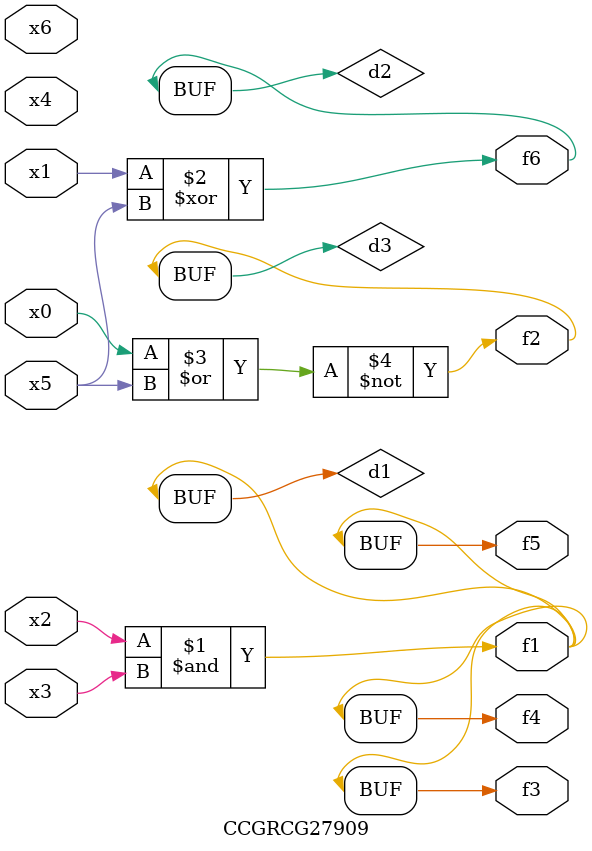
<source format=v>
module CCGRCG27909(
	input x0, x1, x2, x3, x4, x5, x6,
	output f1, f2, f3, f4, f5, f6
);

	wire d1, d2, d3;

	and (d1, x2, x3);
	xor (d2, x1, x5);
	nor (d3, x0, x5);
	assign f1 = d1;
	assign f2 = d3;
	assign f3 = d1;
	assign f4 = d1;
	assign f5 = d1;
	assign f6 = d2;
endmodule

</source>
